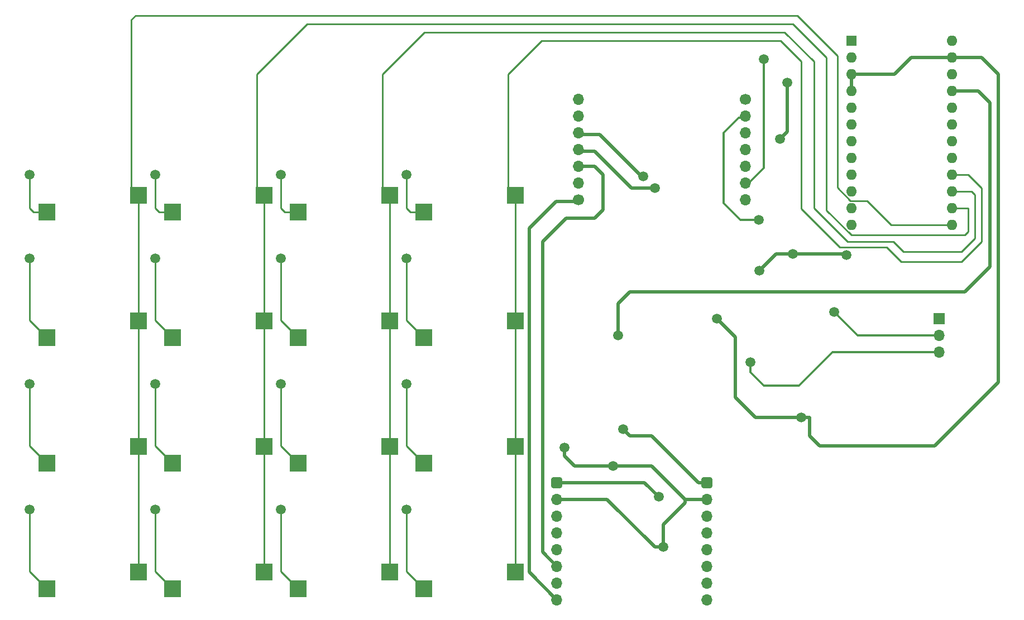
<source format=gbr>
%TF.GenerationSoftware,KiCad,Pcbnew,(6.0.1)*%
%TF.CreationDate,2022-12-10T14:50:15+08:00*%
%TF.ProjectId,Scroller1 two,5363726f-6c6c-4657-9231-2074776f2e6b,rev?*%
%TF.SameCoordinates,Original*%
%TF.FileFunction,Copper,L2,Bot*%
%TF.FilePolarity,Positive*%
%FSLAX46Y46*%
G04 Gerber Fmt 4.6, Leading zero omitted, Abs format (unit mm)*
G04 Created by KiCad (PCBNEW (6.0.1)) date 2022-12-10 14:50:15*
%MOMM*%
%LPD*%
G01*
G04 APERTURE LIST*
G04 Aperture macros list*
%AMRoundRect*
0 Rectangle with rounded corners*
0 $1 Rounding radius*
0 $2 $3 $4 $5 $6 $7 $8 $9 X,Y pos of 4 corners*
0 Add a 4 corners polygon primitive as box body*
4,1,4,$2,$3,$4,$5,$6,$7,$8,$9,$2,$3,0*
0 Add four circle primitives for the rounded corners*
1,1,$1+$1,$2,$3*
1,1,$1+$1,$4,$5*
1,1,$1+$1,$6,$7*
1,1,$1+$1,$8,$9*
0 Add four rect primitives between the rounded corners*
20,1,$1+$1,$2,$3,$4,$5,0*
20,1,$1+$1,$4,$5,$6,$7,0*
20,1,$1+$1,$6,$7,$8,$9,0*
20,1,$1+$1,$8,$9,$2,$3,0*%
G04 Aperture macros list end*
%TA.AperFunction,SMDPad,CuDef*%
%ADD10R,2.550000X2.500000*%
%TD*%
%TA.AperFunction,ComponentPad*%
%ADD11RoundRect,0.399500X0.450500X0.450500X-0.450500X0.450500X-0.450500X-0.450500X0.450500X-0.450500X0*%
%TD*%
%TA.AperFunction,ComponentPad*%
%ADD12O,1.700000X1.700000*%
%TD*%
%TA.AperFunction,ComponentPad*%
%ADD13R,1.600000X1.600000*%
%TD*%
%TA.AperFunction,ComponentPad*%
%ADD14O,1.600000X1.600000*%
%TD*%
%TA.AperFunction,ComponentPad*%
%ADD15R,1.700000X1.700000*%
%TD*%
%TA.AperFunction,ComponentPad*%
%ADD16C,1.700000*%
%TD*%
%TA.AperFunction,ViaPad*%
%ADD17C,1.500000*%
%TD*%
%TA.AperFunction,Conductor*%
%ADD18C,0.500000*%
%TD*%
%TA.AperFunction,Conductor*%
%ADD19C,0.250000*%
%TD*%
%TA.AperFunction,Conductor*%
%ADD20C,0.300000*%
%TD*%
G04 APERTURE END LIST*
D10*
%TO.P,SW_0_0,1,A*%
%TO.N,Net-(D0_0-Pad2)*%
X130302000Y-85979000D03*
%TO.P,SW_0_0,2,B*%
%TO.N,/Col 1*%
X144152000Y-83439000D03*
%TD*%
%TO.P,SW_2_1,1,A*%
%TO.N,Net-(D2_1-Pad2)*%
X111252000Y-124079000D03*
%TO.P,SW_2_1,2,B*%
%TO.N,/Col 2*%
X125102000Y-121539000D03*
%TD*%
%TO.P,SW_1_0,1,A*%
%TO.N,Net-(D1_0-Pad2)*%
X130302000Y-105029000D03*
%TO.P,SW_1_0,2,B*%
%TO.N,/Col 1*%
X144152000Y-102489000D03*
%TD*%
%TO.P,SW_3_0,1,A*%
%TO.N,Net-(D3_0-Pad2)*%
X130302000Y-143129000D03*
%TO.P,SW_3_0,2,B*%
%TO.N,/Col 1*%
X144152000Y-140589000D03*
%TD*%
%TO.P,SW_1_3,1,A*%
%TO.N,Net-(D1_3-Pad2)*%
X73152000Y-105029000D03*
%TO.P,SW_1_3,2,B*%
%TO.N,/Col 4*%
X87002000Y-102489000D03*
%TD*%
%TO.P,SW_1_2,1,A*%
%TO.N,Net-(D1_2-Pad2)*%
X92202000Y-105029000D03*
%TO.P,SW_1_2,2,B*%
%TO.N,/Col 3*%
X106052000Y-102489000D03*
%TD*%
D11*
%TO.P,TMC1,1,+VCC_IO*%
%TO.N,CSn*%
X150472107Y-126961107D03*
D12*
%TO.P,TMC1,2,GND*%
%TO.N,GND*%
X150472107Y-129501107D03*
%TO.P,TMC1,3,UH_in*%
%TO.N,UH_in*%
X150472107Y-132041107D03*
%TO.P,TMC1,4,UL_in*%
%TO.N,UL_in*%
X150472107Y-134581107D03*
%TO.P,TMC1,5,VH_in*%
%TO.N,VH_in*%
X150472107Y-137121107D03*
%TO.P,TMC1,6,VL_in*%
%TO.N,VL_in*%
X150472107Y-139661107D03*
%TO.P,TMC1,7,WH_in*%
%TO.N,WH_in*%
X150472107Y-142201107D03*
%TO.P,TMC1,8,WL_in*%
%TO.N,WL_in*%
X150472107Y-144741107D03*
D11*
%TO.P,TMC1,9,+VBAT*%
%TO.N,+5V*%
X173272107Y-126961107D03*
D12*
%TO.P,TMC1,10,GND*%
%TO.N,GND*%
X173272107Y-129501107D03*
%TO.P,TMC1,11,GND*%
X173272107Y-132041107D03*
%TO.P,TMC1,12,W*%
%TO.N,/W_Out*%
X173272107Y-134581107D03*
%TO.P,TMC1,13,V*%
%TO.N,/V_Out*%
X173272107Y-137121107D03*
%TO.P,TMC1,14,W*%
%TO.N,/U_Out*%
X173272107Y-139661107D03*
%TO.P,TMC1,15,GND*%
%TO.N,GND*%
X173272107Y-142201107D03*
%TO.P,TMC1,16,DIAG*%
%TO.N,unconnected-(TMC1-Pad16)*%
X173272107Y-144741107D03*
%TD*%
D10*
%TO.P,SW_0_3,1,A*%
%TO.N,Net-(D0_3-Pad2)*%
X73152000Y-85979000D03*
%TO.P,SW_0_3,2,B*%
%TO.N,/Col 4*%
X87002000Y-83439000D03*
%TD*%
%TO.P,SW_3_2,1,A*%
%TO.N,Net-(D3_2-Pad2)*%
X92202000Y-143129000D03*
%TO.P,SW_3_2,2,B*%
%TO.N,/Col 3*%
X106052000Y-140589000D03*
%TD*%
%TO.P,SW_0_1,1,A*%
%TO.N,Net-(D0_1-Pad2)*%
X111252000Y-85979000D03*
%TO.P,SW_0_1,2,B*%
%TO.N,/Col 2*%
X125102000Y-83439000D03*
%TD*%
D13*
%TO.P,QMK1,1,D1/TX*%
%TO.N,Net-(QMK1-Pad1)*%
X195185000Y-59944000D03*
D14*
%TO.P,QMK1,2,D0/RX*%
%TO.N,SERIAL_TX*%
X195185000Y-62484000D03*
%TO.P,QMK1,3,GND*%
%TO.N,GND*%
X195185000Y-65024000D03*
%TO.P,QMK1,4,GND*%
X195185000Y-67564000D03*
%TO.P,QMK1,5,D2*%
%TO.N,unconnected-(QMK1-Pad5)*%
X195185000Y-70104000D03*
%TO.P,QMK1,6,~D3*%
%TO.N,unconnected-(QMK1-Pad6)*%
X195185000Y-72644000D03*
%TO.P,QMK1,7,D4/A6*%
%TO.N,unconnected-(QMK1-Pad7)*%
X195185000Y-75184000D03*
%TO.P,QMK1,8,~D5*%
%TO.N,unconnected-(QMK1-Pad8)*%
X195185000Y-77724000D03*
%TO.P,QMK1,9,~D6/A7*%
%TO.N,unconnected-(QMK1-Pad9)*%
X195185000Y-80264000D03*
%TO.P,QMK1,10,D7*%
%TO.N,unconnected-(QMK1-Pad10)*%
X195185000Y-82804000D03*
%TO.P,QMK1,11,D8/A8*%
%TO.N,Net-(QMK1-Pad11)*%
X195185000Y-85344000D03*
%TO.P,QMK1,12,~D9/A9*%
%TO.N,unconnected-(QMK1-Pad12)*%
X195185000Y-87884000D03*
%TO.P,QMK1,13,~D10/A10*%
%TO.N,/Col 4*%
X210425000Y-87884000D03*
%TO.P,QMK1,14,D16*%
%TO.N,/Col 3*%
X210425000Y-85344000D03*
%TO.P,QMK1,15,D14*%
%TO.N,/Col 2*%
X210425000Y-82804000D03*
%TO.P,QMK1,16,D15*%
%TO.N,/Col 1*%
X210425000Y-80264000D03*
%TO.P,QMK1,17,D18/A0*%
%TO.N,/Row 4*%
X210425000Y-77724000D03*
%TO.P,QMK1,18,D19/A1*%
%TO.N,/Row 3*%
X210425000Y-75184000D03*
%TO.P,QMK1,19,D20/A2*%
%TO.N,/Row 2*%
X210425000Y-72644000D03*
%TO.P,QMK1,20,D21/A3*%
%TO.N,/Row 1*%
X210425000Y-70104000D03*
%TO.P,QMK1,21,VCC*%
%TO.N,+5V*%
X210425000Y-67564000D03*
%TO.P,QMK1,22,RST*%
%TO.N,unconnected-(QMK1-Pad22)*%
X210425000Y-65024000D03*
%TO.P,QMK1,23,GND*%
%TO.N,GND*%
X210425000Y-62484000D03*
%TO.P,QMK1,24,RAW*%
%TO.N,unconnected-(QMK1-Pad24)*%
X210425000Y-59944000D03*
%TD*%
D10*
%TO.P,SW_3_1,1,A*%
%TO.N,Net-(D3_1-Pad2)*%
X111252000Y-143129000D03*
%TO.P,SW_3_1,2,B*%
%TO.N,/Col 2*%
X125102000Y-140589000D03*
%TD*%
%TO.P,SW_1_1,1,A*%
%TO.N,Net-(D1_1-Pad2)*%
X111252000Y-105029000D03*
%TO.P,SW_1_1,2,B*%
%TO.N,/Col 2*%
X125102000Y-102489000D03*
%TD*%
%TO.P,SW_2_2,1,A*%
%TO.N,Net-(D2_2-Pad2)*%
X92202000Y-124079000D03*
%TO.P,SW_2_2,2,B*%
%TO.N,/Col 3*%
X106052000Y-121539000D03*
%TD*%
%TO.P,SW_2_3,1,A*%
%TO.N,Net-(D2_3-Pad2)*%
X73152000Y-124079000D03*
%TO.P,SW_2_3,2,B*%
%TO.N,/Col 4*%
X87002000Y-121539000D03*
%TD*%
D15*
%TO.P,J1,1,Pin_1*%
%TO.N,SDA*%
X208477000Y-102123000D03*
D12*
%TO.P,J1,2,Pin_2*%
%TO.N,SCL*%
X208477000Y-104663000D03*
%TO.P,J1,3,Pin_3*%
%TO.N,CSn*%
X208477000Y-107203000D03*
%TD*%
D10*
%TO.P,SW_0_2,1,A*%
%TO.N,Net-(D0_2-Pad2)*%
X92202000Y-85979000D03*
%TO.P,SW_0_2,2,B*%
%TO.N,/Col 3*%
X106052000Y-83439000D03*
%TD*%
%TO.P,SW_3_3,1,A*%
%TO.N,Net-(D3_3-Pad2)*%
X73152000Y-143129000D03*
%TO.P,SW_3_3,2,B*%
%TO.N,/Col 4*%
X87002000Y-140589000D03*
%TD*%
%TO.P,SW_2_0,1,A*%
%TO.N,Net-(D2_0-Pad2)*%
X130302000Y-124079000D03*
%TO.P,SW_2_0,2,B*%
%TO.N,/Col 1*%
X144152000Y-121539000D03*
%TD*%
D12*
%TO.P,ESP32_A1,1,3V3*%
%TO.N,CSn*%
X153750500Y-68814000D03*
%TO.P,ESP32_A1,2,UH*%
%TO.N,UH_in*%
X153750500Y-71354000D03*
%TO.P,ESP32_A1,3,UL*%
%TO.N,UL_in*%
X153750500Y-73894000D03*
%TO.P,ESP32_A1,4,VH*%
%TO.N,VH_in*%
X153750500Y-76434000D03*
%TO.P,ESP32_A1,5,VL*%
%TO.N,VL_in*%
X153750500Y-78974000D03*
%TO.P,ESP32_A1,6,WH*%
%TO.N,WH_in*%
X153750500Y-81514000D03*
D16*
%TO.P,ESP32_A1,7,WL*%
%TO.N,WL_in*%
X153750500Y-84054000D03*
%TO.P,ESP32_A1,8*%
%TO.N,N/C*%
X179070000Y-68834000D03*
D12*
%TO.P,ESP32_A1,9*%
X179070000Y-71374000D03*
%TO.P,ESP32_A1,10*%
X179070000Y-73914000D03*
%TO.P,ESP32_A1,11*%
X179070000Y-76454000D03*
%TO.P,ESP32_A1,12*%
X179070000Y-78994000D03*
%TO.P,ESP32_A1,13*%
X179070000Y-81534000D03*
%TO.P,ESP32_A1,14*%
X179070000Y-84074000D03*
%TD*%
D17*
%TO.N,GND*%
X174752000Y-102108000D03*
X166610000Y-136779000D03*
X184340500Y-74866500D03*
X159004000Y-124460000D03*
X151638000Y-121666000D03*
X187565000Y-117094000D03*
X185420000Y-66294000D03*
%TO.N,Net-(D0_0-Pad2)*%
X127642000Y-80264000D03*
%TO.N,Net-(D0_1-Pad2)*%
X108592000Y-80264000D03*
%TO.N,Net-(D0_2-Pad2)*%
X89542000Y-80264000D03*
%TO.N,Net-(D0_3-Pad2)*%
X70492000Y-80264000D03*
%TO.N,Net-(D1_0-Pad2)*%
X127642000Y-92964000D03*
%TO.N,Net-(D1_1-Pad2)*%
X108592000Y-92964000D03*
%TO.N,Net-(D1_2-Pad2)*%
X89542000Y-92964000D03*
%TO.N,Net-(D1_3-Pad2)*%
X70492000Y-92964000D03*
%TO.N,Net-(D2_0-Pad2)*%
X127642000Y-112014000D03*
%TO.N,Net-(D2_1-Pad2)*%
X108592000Y-112014000D03*
%TO.N,Net-(D2_2-Pad2)*%
X89542000Y-112014000D03*
%TO.N,Net-(D2_3-Pad2)*%
X70492000Y-112014000D03*
%TO.N,Net-(D3_0-Pad2)*%
X127642000Y-131064000D03*
%TO.N,Net-(D3_1-Pad2)*%
X108592000Y-131064000D03*
%TO.N,Net-(D3_2-Pad2)*%
X89542000Y-131064000D03*
%TO.N,Net-(D3_3-Pad2)*%
X70492000Y-131064000D03*
%TO.N,SDA*%
X181102000Y-87122000D03*
%TO.N,+5V*%
X159766000Y-104648000D03*
X160528000Y-118872000D03*
%TO.N,CSn*%
X179832000Y-108712000D03*
X194407536Y-92471464D03*
X165975000Y-129159000D03*
X186295000Y-92329000D03*
X181215000Y-94869000D03*
%TO.N,SCL*%
X192532000Y-101092000D03*
%TO.N,UL_in*%
X163576000Y-80518000D03*
%TO.N,VH_in*%
X165354000Y-82296000D03*
%TO.N,SERIAL_TX*%
X181864000Y-62738000D03*
%TD*%
D18*
%TO.N,GND*%
X164846000Y-124460000D02*
X169887107Y-129501107D01*
X151638000Y-121666000D02*
X151638000Y-122936000D01*
X195185000Y-65024000D02*
X195185000Y-67564000D01*
X166610000Y-133364000D02*
X166610000Y-136779000D01*
X187565000Y-117094000D02*
X188835000Y-117094000D01*
X210425000Y-62484000D02*
X204216000Y-62484000D01*
X214870000Y-62484000D02*
X210425000Y-62484000D01*
X177546000Y-114060000D02*
X180580000Y-117094000D01*
X217410000Y-111774000D02*
X217410000Y-65024000D01*
X177546000Y-104902000D02*
X177546000Y-114060000D01*
X190366000Y-121412000D02*
X207772000Y-121412000D01*
X169887107Y-130086893D02*
X166610000Y-133364000D01*
X201676000Y-65024000D02*
X195185000Y-65024000D01*
X151638000Y-122936000D02*
X153162000Y-124460000D01*
X217410000Y-65024000D02*
X214870000Y-62484000D01*
X188835000Y-119881000D02*
X190366000Y-121412000D01*
X165340000Y-136779000D02*
X166610000Y-136779000D01*
X184340500Y-74866500D02*
X185420000Y-73787000D01*
X188835000Y-117094000D02*
X188835000Y-119881000D01*
X159004000Y-124460000D02*
X164846000Y-124460000D01*
X158062107Y-129501107D02*
X165340000Y-136779000D01*
X185420000Y-73787000D02*
X185420000Y-66357500D01*
X169887107Y-129501107D02*
X169887107Y-130086893D01*
X169887107Y-129501107D02*
X173272107Y-129501107D01*
X174752000Y-102108000D02*
X177546000Y-104902000D01*
X180580000Y-117094000D02*
X187565000Y-117094000D01*
X207772000Y-121412000D02*
X217410000Y-111774000D01*
X153162000Y-124460000D02*
X159004000Y-124460000D01*
X204216000Y-62484000D02*
X201676000Y-65024000D01*
X150472107Y-129501107D02*
X158062107Y-129501107D01*
D19*
%TO.N,Net-(D0_0-Pad2)*%
X130302000Y-85979000D02*
X128277000Y-85979000D01*
X127642000Y-85344000D02*
X127642000Y-80264000D01*
X128277000Y-85979000D02*
X127642000Y-85344000D01*
%TO.N,Net-(D0_1-Pad2)*%
X111252000Y-85979000D02*
X109227000Y-85979000D01*
X109227000Y-85979000D02*
X108592000Y-85344000D01*
X108592000Y-85344000D02*
X108592000Y-80264000D01*
%TO.N,Net-(D0_2-Pad2)*%
X89542000Y-85344000D02*
X89542000Y-80264000D01*
X90177000Y-85979000D02*
X89542000Y-85344000D01*
X92202000Y-85979000D02*
X90177000Y-85979000D01*
%TO.N,Net-(D0_3-Pad2)*%
X73152000Y-85979000D02*
X71127000Y-85979000D01*
X71127000Y-85979000D02*
X70492000Y-85344000D01*
X70492000Y-85344000D02*
X70492000Y-80264000D01*
%TO.N,Net-(D1_0-Pad2)*%
X130302000Y-105029000D02*
X127642000Y-102369000D01*
X127642000Y-102369000D02*
X127642000Y-92964000D01*
%TO.N,Net-(D1_1-Pad2)*%
X108592000Y-102369000D02*
X108592000Y-92964000D01*
X111252000Y-105029000D02*
X108592000Y-102369000D01*
%TO.N,Net-(D1_2-Pad2)*%
X92202000Y-105029000D02*
X89542000Y-102369000D01*
X89542000Y-102369000D02*
X89542000Y-92964000D01*
%TO.N,Net-(D1_3-Pad2)*%
X73152000Y-105029000D02*
X70492000Y-102369000D01*
X70492000Y-102369000D02*
X70492000Y-92964000D01*
%TO.N,Net-(D2_0-Pad2)*%
X127642000Y-121419000D02*
X127642000Y-112014000D01*
X130302000Y-124079000D02*
X127642000Y-121419000D01*
%TO.N,Net-(D2_1-Pad2)*%
X111252000Y-124079000D02*
X108592000Y-121419000D01*
X108592000Y-121419000D02*
X108592000Y-112014000D01*
%TO.N,Net-(D2_2-Pad2)*%
X89542000Y-121419000D02*
X89542000Y-112014000D01*
X92202000Y-124079000D02*
X89542000Y-121419000D01*
%TO.N,Net-(D2_3-Pad2)*%
X73152000Y-124079000D02*
X70492000Y-121419000D01*
X70492000Y-121419000D02*
X70492000Y-112014000D01*
%TO.N,Net-(D3_0-Pad2)*%
X130302000Y-143129000D02*
X127642000Y-140469000D01*
X127642000Y-140469000D02*
X127642000Y-131064000D01*
%TO.N,Net-(D3_1-Pad2)*%
X108592000Y-140469000D02*
X108592000Y-139954000D01*
X108592000Y-139954000D02*
X108592000Y-131064000D01*
X111252000Y-143129000D02*
X108592000Y-140469000D01*
%TO.N,Net-(D3_2-Pad2)*%
X92202000Y-143129000D02*
X89542000Y-140469000D01*
X89542000Y-140469000D02*
X89542000Y-131064000D01*
%TO.N,Net-(D3_3-Pad2)*%
X70492000Y-140469000D02*
X70492000Y-131064000D01*
X73152000Y-143129000D02*
X70492000Y-140469000D01*
D20*
%TO.N,SDA*%
X178054000Y-71628000D02*
X179324000Y-71628000D01*
X175768000Y-73914000D02*
X178054000Y-71628000D01*
X175768000Y-84582000D02*
X175768000Y-73914000D01*
X178308000Y-87122000D02*
X175768000Y-84582000D01*
X181102000Y-87122000D02*
X178308000Y-87122000D01*
D18*
%TO.N,+5V*%
X159766000Y-99808000D02*
X159766000Y-104648000D01*
X214376000Y-67564000D02*
X210425000Y-67564000D01*
X216140000Y-69328000D02*
X216140000Y-94234000D01*
X171919107Y-126961107D02*
X173272107Y-126961107D01*
X161530000Y-98044000D02*
X159766000Y-99808000D01*
X214376000Y-67564000D02*
X216140000Y-69328000D01*
X212330000Y-98044000D02*
X161530000Y-98044000D01*
X161544000Y-119888000D02*
X164846000Y-119888000D01*
X160528000Y-118872000D02*
X161544000Y-119888000D01*
X164846000Y-119888000D02*
X171919107Y-126961107D01*
X216140000Y-94234000D02*
X212330000Y-98044000D01*
D20*
%TO.N,CSn*%
X179832000Y-110236000D02*
X181864000Y-112268000D01*
X187198000Y-112268000D02*
X192263000Y-107203000D01*
D18*
X194407536Y-92471464D02*
X194265072Y-92329000D01*
D20*
X192263000Y-107203000D02*
X208477000Y-107203000D01*
D18*
X150472107Y-126961107D02*
X163777107Y-126961107D01*
X183755000Y-92329000D02*
X181215000Y-94869000D01*
X186295000Y-92329000D02*
X190740000Y-92329000D01*
D20*
X179832000Y-108712000D02*
X179832000Y-110236000D01*
D18*
X194265072Y-92329000D02*
X190740000Y-92329000D01*
D20*
X181864000Y-112268000D02*
X187198000Y-112268000D01*
D18*
X186295000Y-92329000D02*
X183755000Y-92329000D01*
X163777107Y-126961107D02*
X165975000Y-129159000D01*
D20*
%TO.N,SCL*%
X192532000Y-101092000D02*
X196103000Y-104663000D01*
X196103000Y-104663000D02*
X208477000Y-104663000D01*
D19*
%TO.N,/Col 4*%
X201168000Y-87884000D02*
X210425000Y-87884000D01*
X85965000Y-83439000D02*
X85965000Y-56769000D01*
X193040000Y-62244000D02*
X193040000Y-82249300D01*
X193040000Y-82249300D02*
X195010189Y-84219489D01*
X186930000Y-56134000D02*
X193040000Y-62244000D01*
X195010189Y-84219489D02*
X197503489Y-84219489D01*
X86600000Y-56134000D02*
X186930000Y-56134000D01*
X87002000Y-102489000D02*
X87002000Y-83439000D01*
X197503489Y-84219489D02*
X201168000Y-87884000D01*
X87002000Y-121539000D02*
X87002000Y-102489000D01*
X85965000Y-56769000D02*
X86600000Y-56134000D01*
X87002000Y-140589000D02*
X87002000Y-121539000D01*
%TO.N,/Col 3*%
X106052000Y-121539000D02*
X106052000Y-102489000D01*
X212852000Y-85344000D02*
X210425000Y-85344000D01*
X191375000Y-85664300D02*
X195118700Y-89408000D01*
X106052000Y-102489000D02*
X106052000Y-83439000D01*
X112635000Y-57404000D02*
X186295000Y-57404000D01*
X212344000Y-89408000D02*
X212852000Y-88900000D01*
X105015000Y-83439000D02*
X105015000Y-65024000D01*
X186295000Y-57404000D02*
X191375000Y-62484000D01*
X106052000Y-140589000D02*
X106052000Y-121539000D01*
X191375000Y-62484000D02*
X191375000Y-85664300D01*
X195118700Y-89408000D02*
X212344000Y-89408000D01*
X105015000Y-65024000D02*
X112635000Y-57404000D01*
X212852000Y-88900000D02*
X212852000Y-85344000D01*
%TO.N,/Col 2*%
X213868000Y-89916000D02*
X211836000Y-91948000D01*
X213868000Y-83312000D02*
X213868000Y-89916000D01*
X130415000Y-58674000D02*
X124065000Y-65024000D01*
X203009859Y-91948000D02*
X201485859Y-90424000D01*
X124065000Y-65024000D02*
X124065000Y-83439000D01*
X201485859Y-90424000D02*
X194564000Y-90424000D01*
X210425000Y-82804000D02*
X213360000Y-82804000D01*
X125102000Y-102489000D02*
X125102000Y-83439000D01*
X211836000Y-91948000D02*
X203009859Y-91948000D01*
X194564000Y-90424000D02*
X189470000Y-85330000D01*
X189470000Y-85330000D02*
X189470000Y-63119000D01*
X185025000Y-58674000D02*
X130415000Y-58674000D01*
X189470000Y-63119000D02*
X185025000Y-58674000D01*
X125102000Y-121539000D02*
X125102000Y-102489000D01*
X125102000Y-140589000D02*
X125102000Y-121539000D01*
X213360000Y-82804000D02*
X213868000Y-83312000D01*
%TO.N,/Col 1*%
X214884000Y-90424000D02*
X214884000Y-82296000D01*
X143115000Y-83439000D02*
X143115000Y-65024000D01*
X212852000Y-80264000D02*
X210425000Y-80264000D01*
X148195000Y-59944000D02*
X184390000Y-59944000D01*
X200474489Y-91254489D02*
X202692000Y-93472000D01*
X187565000Y-63119000D02*
X187565000Y-85457000D01*
X187565000Y-85457000D02*
X193362489Y-91254489D01*
X214884000Y-82296000D02*
X212852000Y-80264000D01*
X144152000Y-121539000D02*
X144152000Y-102489000D01*
X144152000Y-140589000D02*
X144152000Y-121539000D01*
X144152000Y-102489000D02*
X144152000Y-83439000D01*
X193362489Y-91254489D02*
X200474489Y-91254489D01*
X143115000Y-65024000D02*
X148195000Y-59944000D01*
X184390000Y-59944000D02*
X187565000Y-63119000D01*
X211836000Y-93472000D02*
X214884000Y-90424000D01*
X202692000Y-93472000D02*
X211836000Y-93472000D01*
D18*
%TO.N,UL_in*%
X156972000Y-74168000D02*
X153416000Y-74168000D01*
X163322000Y-80518000D02*
X156972000Y-74168000D01*
X163576000Y-80518000D02*
X163322000Y-80518000D01*
%TO.N,VH_in*%
X161798000Y-82296000D02*
X156210000Y-76708000D01*
X156210000Y-76708000D02*
X153416000Y-76708000D01*
X165354000Y-82296000D02*
X161798000Y-82296000D01*
%TO.N,VL_in*%
X148336000Y-137525000D02*
X148336000Y-90424000D01*
X151892000Y-86868000D02*
X156210000Y-86868000D01*
X157480000Y-85598000D02*
X157480000Y-80264000D01*
X150472107Y-139661107D02*
X148336000Y-137525000D01*
X157480000Y-80264000D02*
X156190000Y-78974000D01*
X156190000Y-78974000D02*
X153750500Y-78974000D01*
X148336000Y-90424000D02*
X151892000Y-86868000D01*
X156210000Y-86868000D02*
X157480000Y-85598000D01*
%TO.N,WL_in*%
X146304000Y-140573000D02*
X146304000Y-88392000D01*
X146304000Y-88392000D02*
X150368000Y-84328000D01*
X150368000Y-84328000D02*
X153416000Y-84328000D01*
X150472107Y-144741107D02*
X146304000Y-140573000D01*
D20*
%TO.N,SERIAL_TX*%
X181864000Y-62738000D02*
X181864000Y-79248000D01*
X181864000Y-79248000D02*
X179324000Y-81788000D01*
%TD*%
M02*

</source>
